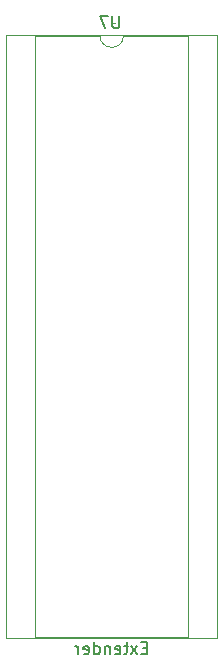
<source format=gbr>
G04 #@! TF.GenerationSoftware,KiCad,Pcbnew,(5.1.2-1)-1*
G04 #@! TF.CreationDate,2020-04-08T11:54:09+01:00*
G04 #@! TF.ProjectId,tranZPUter-SW,7472616e-5a50-4557-9465-722d53572e6b,rev?*
G04 #@! TF.SameCoordinates,Original*
G04 #@! TF.FileFunction,Legend,Bot*
G04 #@! TF.FilePolarity,Positive*
%FSLAX46Y46*%
G04 Gerber Fmt 4.6, Leading zero omitted, Abs format (unit mm)*
G04 Created by KiCad (PCBNEW (5.1.2-1)-1) date 2020-04-08 11:54:09*
%MOMM*%
%LPD*%
G04 APERTURE LIST*
%ADD10C,0.120000*%
%ADD11C,0.150000*%
G04 APERTURE END LIST*
D10*
X182880000Y-89154000D02*
X182753000Y-89154000D01*
X191576000Y-90177000D02*
X173676000Y-90177000D01*
X191576000Y-141217000D02*
X191576000Y-90177000D01*
X173676000Y-141217000D02*
X191576000Y-141217000D01*
X173676000Y-90177000D02*
X173676000Y-141217000D01*
X189086000Y-90237000D02*
X183626000Y-90237000D01*
X189086000Y-141157000D02*
X189086000Y-90237000D01*
X176166000Y-141157000D02*
X189086000Y-141157000D01*
X176166000Y-90237000D02*
X176166000Y-141157000D01*
X181626000Y-90237000D02*
X176166000Y-90237000D01*
X183626000Y-90237000D02*
G75*
G02X181626000Y-90237000I-1000000J0D01*
G01*
D11*
X183260904Y-88606380D02*
X183260904Y-89415904D01*
X183213285Y-89511142D01*
X183165666Y-89558761D01*
X183070428Y-89606380D01*
X182879952Y-89606380D01*
X182784714Y-89558761D01*
X182737095Y-89511142D01*
X182689476Y-89415904D01*
X182689476Y-88606380D01*
X182308523Y-88606380D02*
X181641857Y-88606380D01*
X182070428Y-89606380D01*
X185602190Y-142085571D02*
X185268857Y-142085571D01*
X185126000Y-142609380D02*
X185602190Y-142609380D01*
X185602190Y-141609380D01*
X185126000Y-141609380D01*
X184792666Y-142609380D02*
X184268857Y-141942714D01*
X184792666Y-141942714D02*
X184268857Y-142609380D01*
X184030761Y-141942714D02*
X183649809Y-141942714D01*
X183887904Y-141609380D02*
X183887904Y-142466523D01*
X183840285Y-142561761D01*
X183745047Y-142609380D01*
X183649809Y-142609380D01*
X182935523Y-142561761D02*
X183030761Y-142609380D01*
X183221238Y-142609380D01*
X183316476Y-142561761D01*
X183364095Y-142466523D01*
X183364095Y-142085571D01*
X183316476Y-141990333D01*
X183221238Y-141942714D01*
X183030761Y-141942714D01*
X182935523Y-141990333D01*
X182887904Y-142085571D01*
X182887904Y-142180809D01*
X183364095Y-142276047D01*
X182459333Y-141942714D02*
X182459333Y-142609380D01*
X182459333Y-142037952D02*
X182411714Y-141990333D01*
X182316476Y-141942714D01*
X182173619Y-141942714D01*
X182078380Y-141990333D01*
X182030761Y-142085571D01*
X182030761Y-142609380D01*
X181126000Y-142609380D02*
X181126000Y-141609380D01*
X181126000Y-142561761D02*
X181221238Y-142609380D01*
X181411714Y-142609380D01*
X181506952Y-142561761D01*
X181554571Y-142514142D01*
X181602190Y-142418904D01*
X181602190Y-142133190D01*
X181554571Y-142037952D01*
X181506952Y-141990333D01*
X181411714Y-141942714D01*
X181221238Y-141942714D01*
X181126000Y-141990333D01*
X180268857Y-142561761D02*
X180364095Y-142609380D01*
X180554571Y-142609380D01*
X180649809Y-142561761D01*
X180697428Y-142466523D01*
X180697428Y-142085571D01*
X180649809Y-141990333D01*
X180554571Y-141942714D01*
X180364095Y-141942714D01*
X180268857Y-141990333D01*
X180221238Y-142085571D01*
X180221238Y-142180809D01*
X180697428Y-142276047D01*
X179792666Y-142609380D02*
X179792666Y-141942714D01*
X179792666Y-142133190D02*
X179745047Y-142037952D01*
X179697428Y-141990333D01*
X179602190Y-141942714D01*
X179506952Y-141942714D01*
M02*

</source>
